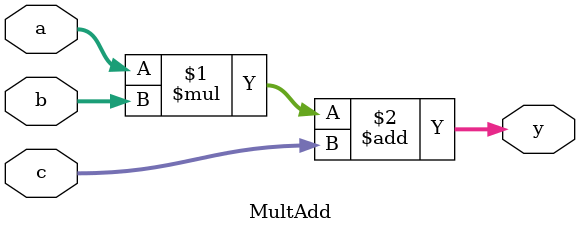
<source format=v>

module MultAdd #(
  parameter         BIT_WIDTH             = 16
) (
  input wire signed [BIT_WIDTH-1:0]       a,
  input wire signed [BIT_WIDTH-1:0]       b,
  input wire signed [BIT_WIDTH-1:0]       c,
  output wire signed [BIT_WIDTH-1:0]      y
);

assign y = a * b + c;

endmodule

</source>
